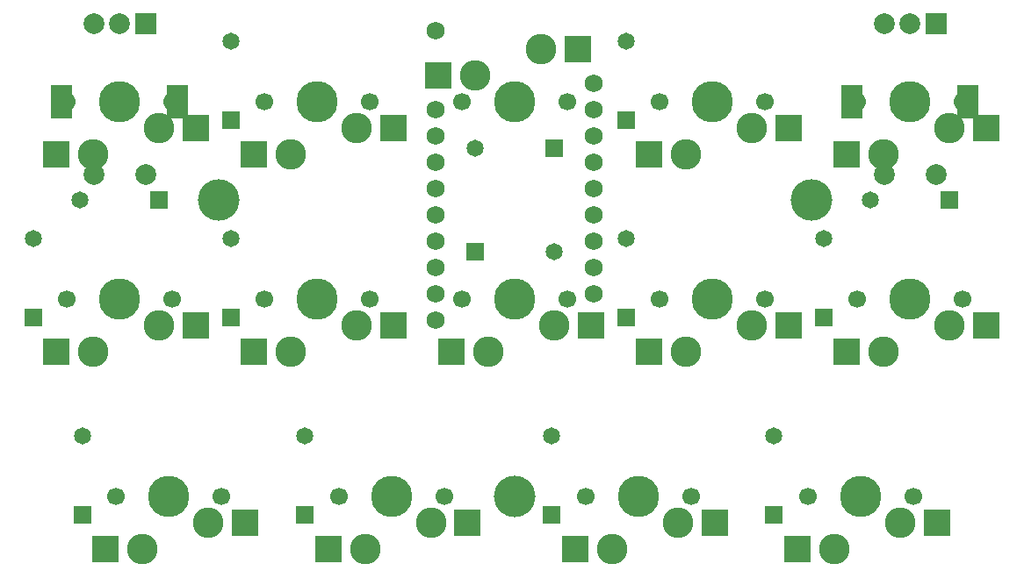
<source format=gbs>
%TF.GenerationSoftware,KiCad,Pcbnew,(5.1.10)-1*%
%TF.CreationDate,2021-10-22T01:43:44-05:00*%
%TF.ProjectId,qwahtrohio,71776168-7472-46f6-9869-6f2e6b696361,rev?*%
%TF.SameCoordinates,Original*%
%TF.FileFunction,Soldermask,Bot*%
%TF.FilePolarity,Negative*%
%FSLAX46Y46*%
G04 Gerber Fmt 4.6, Leading zero omitted, Abs format (unit mm)*
G04 Created by KiCad (PCBNEW (5.1.10)-1) date 2021-10-22 01:43:44*
%MOMM*%
%LPD*%
G01*
G04 APERTURE LIST*
%ADD10C,1.752600*%
%ADD11R,2.000000X2.000000*%
%ADD12C,2.000000*%
%ADD13R,2.000000X3.200000*%
%ADD14C,1.700000*%
%ADD15R,2.550000X2.500000*%
%ADD16C,2.950000*%
%ADD17C,3.980180*%
%ADD18C,4.000000*%
%ADD19R,1.651000X1.651000*%
%ADD20C,1.651000*%
G04 APERTURE END LIST*
D10*
X163082500Y-81935000D03*
X163082500Y-84475000D03*
X163082500Y-87015000D03*
X163082500Y-89555000D03*
X163082500Y-92095000D03*
X163082500Y-94635000D03*
X163082500Y-97175000D03*
X163082500Y-99715000D03*
X163082500Y-102255000D03*
X147842500Y-104795000D03*
X147842500Y-102255000D03*
X147842500Y-99715000D03*
X147842500Y-97175000D03*
X147842500Y-94635000D03*
X147842500Y-92095000D03*
X147842500Y-89555000D03*
X147842500Y-87015000D03*
X147842500Y-84475000D03*
X147842500Y-76855000D03*
D11*
X119900000Y-76200000D03*
D12*
X117400000Y-76200000D03*
X114900000Y-76200000D03*
D13*
X123000000Y-83700000D03*
X111800000Y-83700000D03*
D12*
X119900000Y-90700000D03*
X114900000Y-90700000D03*
D14*
X148673750Y-121800000D03*
X138513750Y-121800000D03*
D15*
X137503750Y-126880000D03*
D16*
X147403750Y-124340000D03*
X141053750Y-126880000D03*
D17*
X143593750Y-121800000D03*
D15*
X150953750Y-124340000D03*
D14*
X172486250Y-121800000D03*
X162326250Y-121800000D03*
D15*
X161316250Y-126880000D03*
D16*
X171216250Y-124340000D03*
X164866250Y-126880000D03*
D17*
X167406250Y-121800000D03*
D15*
X174766250Y-124340000D03*
D11*
X196100000Y-76200000D03*
D12*
X193600000Y-76200000D03*
X191100000Y-76200000D03*
D13*
X199200000Y-83700000D03*
X188000000Y-83700000D03*
D12*
X196100000Y-90700000D03*
X191100000Y-90700000D03*
D15*
X200960000Y-86240000D03*
D17*
X193600000Y-83700000D03*
D16*
X191060000Y-88780000D03*
X197410000Y-86240000D03*
D15*
X187510000Y-88780000D03*
D14*
X188520000Y-83700000D03*
X198680000Y-83700000D03*
D15*
X196197500Y-124340000D03*
D17*
X188837500Y-121800000D03*
D16*
X186297500Y-126880000D03*
X192647500Y-124340000D03*
D15*
X182747500Y-126880000D03*
D14*
X183757500Y-121800000D03*
X193917500Y-121800000D03*
D15*
X200960000Y-105290000D03*
D17*
X193600000Y-102750000D03*
D16*
X191060000Y-107830000D03*
X197410000Y-105290000D03*
D15*
X187510000Y-107830000D03*
D14*
X188520000Y-102750000D03*
X198680000Y-102750000D03*
D15*
X181910000Y-105290000D03*
D17*
X174550000Y-102750000D03*
D16*
X172010000Y-107830000D03*
X178360000Y-105290000D03*
D15*
X168460000Y-107830000D03*
D14*
X169470000Y-102750000D03*
X179630000Y-102750000D03*
D15*
X181910000Y-86240000D03*
D17*
X174550000Y-83700000D03*
D16*
X172010000Y-88780000D03*
X178360000Y-86240000D03*
D15*
X168460000Y-88780000D03*
D14*
X169470000Y-83700000D03*
X179630000Y-83700000D03*
D15*
X162860000Y-105290000D03*
D17*
X155500000Y-102750000D03*
D16*
X152960000Y-107830000D03*
X159310000Y-105290000D03*
D15*
X149410000Y-107830000D03*
D14*
X150420000Y-102750000D03*
X160580000Y-102750000D03*
D15*
X148140000Y-81160000D03*
D17*
X155500000Y-83700000D03*
D16*
X158040000Y-78620000D03*
X151690000Y-81160000D03*
D15*
X161590000Y-78620000D03*
D14*
X160580000Y-83700000D03*
X150420000Y-83700000D03*
D15*
X143810000Y-105290000D03*
D17*
X136450000Y-102750000D03*
D16*
X133910000Y-107830000D03*
X140260000Y-105290000D03*
D15*
X130360000Y-107830000D03*
D14*
X131370000Y-102750000D03*
X141530000Y-102750000D03*
D15*
X143810000Y-86240000D03*
D17*
X136450000Y-83700000D03*
D16*
X133910000Y-88780000D03*
X140260000Y-86240000D03*
D15*
X130360000Y-88780000D03*
D14*
X131370000Y-83700000D03*
X141530000Y-83700000D03*
D15*
X129522500Y-124340000D03*
D17*
X122162500Y-121800000D03*
D16*
X119622500Y-126880000D03*
X125972500Y-124340000D03*
D15*
X116072500Y-126880000D03*
D14*
X117082500Y-121800000D03*
X127242500Y-121800000D03*
D15*
X124760000Y-105290000D03*
D17*
X117400000Y-102750000D03*
D16*
X114860000Y-107830000D03*
X121210000Y-105290000D03*
D15*
X111310000Y-107830000D03*
D14*
X112320000Y-102750000D03*
X122480000Y-102750000D03*
D15*
X124760000Y-86240000D03*
D17*
X117400000Y-83700000D03*
D16*
X114860000Y-88780000D03*
X121210000Y-86240000D03*
D15*
X111310000Y-88780000D03*
D14*
X112320000Y-83700000D03*
X122480000Y-83700000D03*
D18*
X126925000Y-93225000D03*
X155500000Y-121800000D03*
X184075000Y-93225000D03*
D19*
X180487500Y-123610000D03*
D20*
X180487500Y-115990000D03*
D19*
X185250000Y-104560000D03*
D20*
X185250000Y-96940000D03*
D19*
X197410000Y-93225000D03*
D20*
X189790000Y-93225000D03*
D19*
X159056250Y-123610000D03*
D20*
X159056250Y-115990000D03*
D19*
X166200000Y-104560000D03*
D20*
X166200000Y-96940000D03*
D19*
X166200000Y-85510000D03*
D20*
X166200000Y-77890000D03*
D19*
X151690000Y-98225000D03*
D20*
X159310000Y-98225000D03*
D19*
X159310000Y-88225000D03*
D20*
X151690000Y-88225000D03*
D19*
X135243750Y-123610000D03*
D20*
X135243750Y-115990000D03*
D19*
X128100000Y-104560000D03*
D20*
X128100000Y-96940000D03*
D19*
X128100000Y-85510000D03*
D20*
X128100000Y-77890000D03*
D19*
X113812500Y-123610000D03*
D20*
X113812500Y-115990000D03*
D19*
X109050000Y-104560000D03*
D20*
X109050000Y-96940000D03*
D19*
X121210000Y-93225000D03*
D20*
X113590000Y-93225000D03*
M02*

</source>
